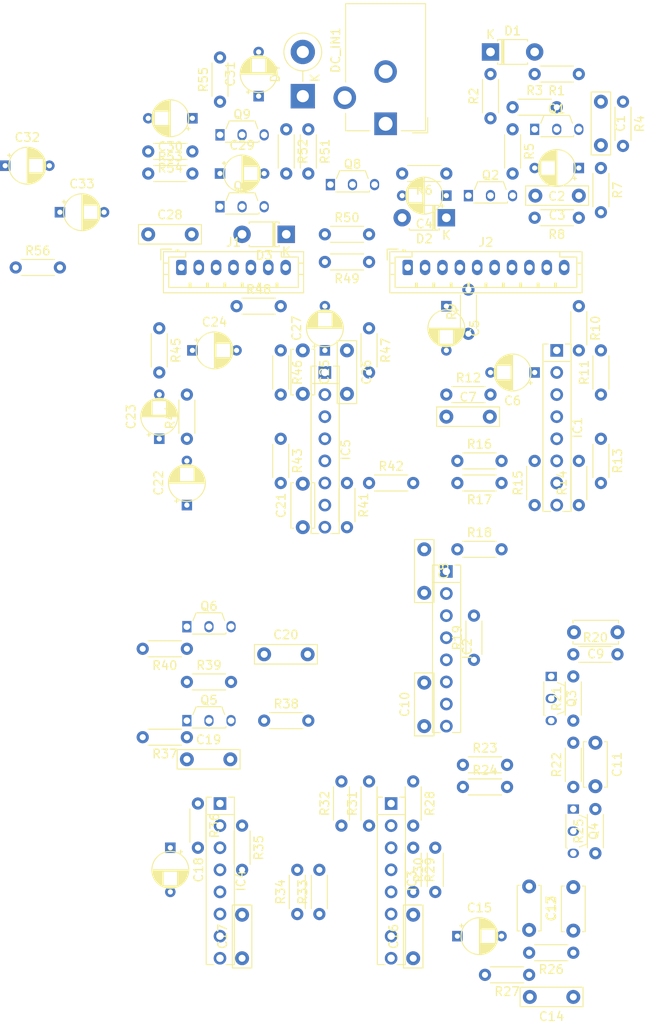
<source format=kicad_pcb>
(kicad_pcb (version 20171130) (host pcbnew "(5.0.2-5)-5")
  (layers (0 F.Cu signal) (31 B.Cu signal) (34 B.Paste user) (35 F.Paste user) (36 B.SilkS user) (37 F.SilkS user) (38 B.Mask user) (39 F.Mask user) (44 Edge.Cuts user))
  (net 0 "")
  (net 1 -BATT)
  (net 2 +9V)
  (net 3 +BATT)
  (net 4 "Net-(IC1-Pad6)")
  (net 5 "Net-(IC1-Pad5)")
  (net 6 GNDPWR)
  (net 7 "Net-(C6-Pad1)")
  (net 8 "Net-(C8-Pad2)")
  (net 9 VCC)
  (net 10 "Net-(C10-Pad2)")
  (net 11 "Net-(C10-Pad1)")
  (net 12 "Net-(IC3-Pad2)")
  (net 13 "Net-(IC3-Pad3)")
  (net 14 "Net-(C16-Pad2)")
  (net 15 "Net-(C18-Pad1)")
  (net 16 "Net-(C17-Pad2)")
  (net 17 "Net-(C17-Pad1)")
  (net 18 A)
  (net 19 A1)
  (net 20 A3)
  (net 21 "Net-(C25-Pad1)")
  (net 22 "Net-(C2-Pad1)")
  (net 23 "Net-(C1-Pad1)")
  (net 24 "Net-(C4-Pad1)")
  (net 25 "Net-(C9-Pad2)")
  (net 26 "Net-(C11-Pad1)")
  (net 27 "Net-(C12-Pad2)")
  (net 28 "Net-(C19-Pad2)")
  (net 29 "Net-(C23-Pad1)")
  (net 30 "Net-(C22-Pad1)")
  (net 31 "Net-(C20-Pad1)")
  (net 32 Q7-G)
  (net 33 "Net-(C27-Pad2)")
  (net 34 "Net-(C29-Pad1)")
  (net 35 Q8-G)
  (net 36 "Net-(C4-Pad2)")
  (net 37 "Net-(C29-Pad2)")
  (net 38 "Net-(C30-Pad1)")
  (net 39 "Net-(C2-Pad2)")
  (net 40 "Net-(C1-Pad2)")
  (net 41 "Net-(IN1-PadT)")
  (net 42 "Net-(C5-Pad2)")
  (net 43 "Net-(C6-Pad2)")
  (net 44 "Net-(R26-Pad1)")
  (net 45 "Net-(C12-Pad1)")
  (net 46 "Net-(C7-Pad1)")
  (net 47 "Net-(C22-Pad2)")
  (net 48 "Net-(C23-Pad2)")
  (net 49 "Net-(C26-Pad1)")
  (net 50 "Net-(C24-Pad2)")
  (net 51 "Net-(OUT1-PadT)")
  (net 52 "Net-(C30-Pad2)")
  (net 53 "Net-(R56-Pad1)")
  (net 54 "Net-(C33-Pad1)")
  (net 55 LOW2)
  (net 56 PRES2)
  (net 57 MF1A)
  (net 58 MF3A)
  (net 59 MF1B)
  (net 60 MF3B)
  (net 61 ML2)
  (net 62 HF1B)
  (net 63 HL2)
  (net 64 HF3B)
  (net 65 HF1A)
  (net 66 HF3A)
  (net 67 L1)
  (net 68 L3)
  (net 69 C)
  (net 70 "Net-(C3-Pad2)")
  (net 71 LED)
  (net 72 "Net-(C28-Pad2)")
  (net 73 "Net-(D1-Pad1)")
  (net 74 "Net-(R31-Pad2)")
  (net 75 "Net-(D1-Pad2)")
  (module Capactor_w:CP_Radial_D4.0mm_P5.08mm (layer F.Cu) (at 135.89 87.63 90)
    (fp_text reference C23 (at 2.54 -3.25 90) (layer F.SilkS))
    (fp_text value 1µF)
    (pad 1 thru_hole rect (at 0 0 90) (size 1.2 1.2) (drill 0.6) (layers *.Cu *.Mask) (net 29 "Net-(C23-Pad1)"))
    (pad 2 thru_hole circle (at 5.08 0 90) (size 1.2 1.2) (drill 0.6) (layers *.Cu *.Mask) (net 48 "Net-(C23-Pad2)"))
  )
  (module Capactor_w:CP_Radial_D4.0mm_P5.08mm (layer F.Cu) (at 139.7 77.47)
    (fp_text reference C24 (at 2.54 -3.25) (layer F.SilkS))
    (fp_text value 1µF)
    (pad 1 thru_hole rect (at 0 0) (size 1.2 1.2) (drill 0.6) (layers *.Cu *.Mask) (net 59 MF1B))
    (pad 2 thru_hole circle (at 5.08 0) (size 1.2 1.2) (drill 0.6) (layers *.Cu *.Mask) (net 50 "Net-(C24-Pad2)"))
  )
  (module Capactor_w:CP_Radial_D4.0mm_P5.08mm (layer F.Cu) (at 184.15 56.515 180)
    (fp_text reference C2 (at 2.54 -3.25 180) (layer F.SilkS))
    (fp_text value 10µF)
    (pad 1 thru_hole rect (at 0 0 180) (size 1.2 1.2) (drill 0.6) (layers *.Cu *.Mask) (net 22 "Net-(C2-Pad1)"))
    (pad 2 thru_hole circle (at 5.08 0 180) (size 1.2 1.2) (drill 0.6) (layers *.Cu *.Mask) (net 39 "Net-(C2-Pad2)"))
  )
  (module Capactor_w:CP_Radial_D4.0mm_P5.08mm (layer F.Cu) (at 168.91 59.69 180)
    (fp_text reference C4 (at 2.54 -3.25 180) (layer F.SilkS))
    (fp_text value 1µF)
    (pad 1 thru_hole rect (at 0 0 180) (size 1.2 1.2) (drill 0.6) (layers *.Cu *.Mask) (net 24 "Net-(C4-Pad1)"))
    (pad 2 thru_hole circle (at 5.08 0 180) (size 1.2 1.2) (drill 0.6) (layers *.Cu *.Mask) (net 36 "Net-(C4-Pad2)"))
  )
  (module Capactor_w:CP_Radial_D4.0mm_P5.08mm (layer F.Cu) (at 168.91 72.39 270)
    (fp_text reference C5 (at 2.54 -3.25 270) (layer F.SilkS))
    (fp_text value 1µF)
    (pad 1 thru_hole rect (at 0 0 270) (size 1.2 1.2) (drill 0.6) (layers *.Cu *.Mask) (net 62 HF1B))
    (pad 2 thru_hole circle (at 5.08 0 270) (size 1.2 1.2) (drill 0.6) (layers *.Cu *.Mask) (net 42 "Net-(C5-Pad2)"))
  )
  (module Capactor_w:CP_Radial_D4.0mm_P5.08mm (layer F.Cu) (at 179.07 80.01 180)
    (fp_text reference C6 (at 2.54 -3.25 180) (layer F.SilkS))
    (fp_text value 10µF)
    (pad 1 thru_hole rect (at 0 0 180) (size 1.2 1.2) (drill 0.6) (layers *.Cu *.Mask) (net 7 "Net-(C6-Pad1)"))
    (pad 2 thru_hole circle (at 5.08 0 180) (size 1.2 1.2) (drill 0.6) (layers *.Cu *.Mask) (net 43 "Net-(C6-Pad2)"))
  )
  (module Capactor_w:CP_Radial_D4.0mm_P5.08mm (layer F.Cu) (at 170.18 144.78)
    (fp_text reference C15 (at 2.54 -3.25) (layer F.SilkS))
    (fp_text value 47µF)
    (pad 1 thru_hole rect (at 0 0) (size 1.2 1.2) (drill 0.6) (layers *.Cu *.Mask) (net 9 VCC))
    (pad 2 thru_hole circle (at 5.08 0) (size 1.2 1.2) (drill 0.6) (layers *.Cu *.Mask) (net 6 GNDPWR))
  )
  (module Capactor_w:CP_Radial_D4.0mm_P5.08mm (layer F.Cu) (at 137.16 134.62 270)
    (fp_text reference C18 (at 2.54 -3.25 270) (layer F.SilkS))
    (fp_text value 10µF)
    (pad 1 thru_hole rect (at 0 0 270) (size 1.2 1.2) (drill 0.6) (layers *.Cu *.Mask) (net 15 "Net-(C18-Pad1)"))
    (pad 2 thru_hole circle (at 5.08 0 270) (size 1.2 1.2) (drill 0.6) (layers *.Cu *.Mask) (net 6 GNDPWR))
  )
  (module Capactor_w:CP_Radial_D4.0mm_P5.08mm (layer F.Cu) (at 154.94 77.47 90)
    (fp_text reference C27 (at 2.54 -3.25 90) (layer F.SilkS))
    (fp_text value 1µF)
    (pad 1 thru_hole rect (at 0 0 90) (size 1.2 1.2) (drill 0.6) (layers *.Cu *.Mask) (net 21 "Net-(C25-Pad1)"))
    (pad 2 thru_hole circle (at 5.08 0 90) (size 1.2 1.2) (drill 0.6) (layers *.Cu *.Mask) (net 33 "Net-(C27-Pad2)"))
  )
  (module Capactor_w:CP_Radial_D4.0mm_P5.08mm (layer F.Cu) (at 142.875 57.15)
    (fp_text reference C29 (at 2.54 -3.25) (layer F.SilkS))
    (fp_text value 1µF)
    (pad 1 thru_hole rect (at 0 0) (size 1.2 1.2) (drill 0.6) (layers *.Cu *.Mask) (net 34 "Net-(C29-Pad1)"))
    (pad 2 thru_hole circle (at 5.08 0) (size 1.2 1.2) (drill 0.6) (layers *.Cu *.Mask) (net 37 "Net-(C29-Pad2)"))
  )
  (module Capactor_w:CP_Radial_D4.0mm_P5.08mm (layer F.Cu) (at 139.7 50.8 180)
    (fp_text reference C30 (at 2.54 -3.25 180) (layer F.SilkS))
    (fp_text value 10µF)
    (pad 1 thru_hole rect (at 0 0 180) (size 1.2 1.2) (drill 0.6) (layers *.Cu *.Mask) (net 38 "Net-(C30-Pad1)"))
    (pad 2 thru_hole circle (at 5.08 0 180) (size 1.2 1.2) (drill 0.6) (layers *.Cu *.Mask) (net 52 "Net-(C30-Pad2)"))
  )
  (module Capactor_w:CP_Radial_D4.0mm_P5.08mm (layer F.Cu) (at 118.169802 56.250001)
    (fp_text reference C32 (at 2.54 -3.25) (layer F.SilkS))
    (fp_text value 47µF)
    (pad 1 thru_hole rect (at 0 0) (size 1.2 1.2) (drill 0.6) (layers *.Cu *.Mask) (net 69 C))
    (pad 2 thru_hole circle (at 5.08 0) (size 1.2 1.2) (drill 0.6) (layers *.Cu *.Mask) (net 6 GNDPWR))
  )
  (module Capactor_w:CP_Radial_D4.0mm_P5.08mm (layer F.Cu) (at 124.46 61.595)
    (fp_text reference C33 (at 2.54 -3.25) (layer F.SilkS))
    (fp_text value 10µF)
    (pad 1 thru_hole rect (at 0 0) (size 1.2 1.2) (drill 0.6) (layers *.Cu *.Mask) (net 54 "Net-(C33-Pad1)"))
    (pad 2 thru_hole circle (at 5.08 0) (size 1.2 1.2) (drill 0.6) (layers *.Cu *.Mask) (net 6 GNDPWR))
  )
  (module Capactor_w:CP_Radial_D4.0mm_P5.08mm (layer F.Cu) (at 147.32 48.26 90)
    (fp_text reference C31 (at 2.54 -3.25 90) (layer F.SilkS))
    (fp_text value 100µF)
    (pad 1 thru_hole rect (at 0 0 90) (size 1.2 1.2) (drill 0.6) (layers *.Cu *.Mask) (net 2 +9V))
    (pad 2 thru_hole circle (at 5.08 0 90) (size 1.2 1.2) (drill 0.6) (layers *.Cu *.Mask) (net 6 GNDPWR))
  )
  (module Connector_BarrelJack:BarrelJack_CUI_PJ-102AH_Horizontal (layer F.Cu) (at 161.925 51.435 180)
    (fp_text reference DC_IN1 (at 5.75 8.45 270) (layer F.SilkS))
    (fp_text value Barrel_Jack_Switch)
    (pad 1 thru_hole rect (at 0 0 180) (size 2.6 2.6) (drill 1.6) (layers *.Cu *.Mask) (net 1 -BATT))
    (pad 2 thru_hole circle (at 0 6 180) (size 2.6 2.6) (drill 1.6) (layers *.Cu *.Mask) (net 2 +9V))
    (pad 3 thru_hole circle (at 4.7 3 180) (size 2.6 2.6) (drill 1.6) (layers *.Cu *.Mask) (net 3 +BATT))
  )
  (module Package_SIP:SIP-8_19x3mm_P2.54mm (layer F.Cu) (at 181.61 77.47 270)
    (fp_text reference IC1 (at 8.89 -2.4 270) (layer F.SilkS))
    (fp_text value M5218)
    (pad 8 thru_hole circle (at 17.78 0) (size 1.45 1.45) (drill 0.85) (layers *.Cu *.Mask) (net 2 +9V))
    (pad 7 thru_hole circle (at 15.24 0) (size 1.45 1.45) (drill 0.85) (layers *.Cu *.Mask) (net 65 HF1A))
    (pad 6 thru_hole circle (at 12.7 0) (size 1.45 1.45) (drill 0.85) (layers *.Cu *.Mask) (net 4 "Net-(IC1-Pad6)"))
    (pad 5 thru_hole circle (at 10.16 0) (size 1.45 1.45) (drill 0.85) (layers *.Cu *.Mask) (net 5 "Net-(IC1-Pad5)"))
    (pad 4 thru_hole circle (at 7.62 0) (size 1.45 1.45) (drill 0.85) (layers *.Cu *.Mask) (net 6 GNDPWR))
    (pad 3 thru_hole circle (at 5.08 0) (size 1.45 1.45) (drill 0.85) (layers *.Cu *.Mask) (net 67 L1))
    (pad 2 thru_hole circle (at 2.54 0) (size 1.45 1.45) (drill 0.85) (layers *.Cu *.Mask) (net 68 L3))
    (pad 1 thru_hole rect (at 0 0) (size 1.45 1.45) (drill 0.85) (layers *.Cu *.Mask) (net 7 "Net-(C6-Pad1)"))
  )
  (module Package_SIP:SIP-8_19x3mm_P2.54mm (layer F.Cu) (at 168.91 102.87 270)
    (fp_text reference IC2 (at 8.89 -2.4 270) (layer F.SilkS))
    (fp_text value M5218)
    (pad 1 thru_hole rect (at 0 0) (size 1.45 1.45) (drill 0.85) (layers *.Cu *.Mask) (net 62 HF1B))
    (pad 2 thru_hole circle (at 2.54 0) (size 1.45 1.45) (drill 0.85) (layers *.Cu *.Mask) (net 8 "Net-(C8-Pad2)"))
    (pad 3 thru_hole circle (at 5.08 0) (size 1.45 1.45) (drill 0.85) (layers *.Cu *.Mask) (net 9 VCC))
    (pad 4 thru_hole circle (at 7.62 0) (size 1.45 1.45) (drill 0.85) (layers *.Cu *.Mask) (net 6 GNDPWR))
    (pad 5 thru_hole circle (at 10.16 0) (size 1.45 1.45) (drill 0.85) (layers *.Cu *.Mask) (net 9 VCC))
    (pad 6 thru_hole circle (at 12.7 0) (size 1.45 1.45) (drill 0.85) (layers *.Cu *.Mask) (net 10 "Net-(C10-Pad2)"))
    (pad 7 thru_hole circle (at 15.24 0) (size 1.45 1.45) (drill 0.85) (layers *.Cu *.Mask) (net 11 "Net-(C10-Pad1)"))
    (pad 8 thru_hole circle (at 17.78 0) (size 1.45 1.45) (drill 0.85) (layers *.Cu *.Mask) (net 2 +9V))
  )
  (module Package_SIP:SIP-8_19x3mm_P2.54mm (layer F.Cu) (at 162.56 129.54 270)
    (fp_text reference IC3 (at 8.89 -2.4 270) (layer F.SilkS))
    (fp_text value M5218)
    (pad 1 thru_hole rect (at 0 0) (size 1.45 1.45) (drill 0.85) (layers *.Cu *.Mask) (net 57 MF1A))
    (pad 2 thru_hole circle (at 2.54 0) (size 1.45 1.45) (drill 0.85) (layers *.Cu *.Mask) (net 12 "Net-(IC3-Pad2)"))
    (pad 3 thru_hole circle (at 5.08 0) (size 1.45 1.45) (drill 0.85) (layers *.Cu *.Mask) (net 13 "Net-(IC3-Pad3)"))
    (pad 4 thru_hole circle (at 7.62 0) (size 1.45 1.45) (drill 0.85) (layers *.Cu *.Mask) (net 6 GNDPWR))
    (pad 5 thru_hole circle (at 10.16 0) (size 1.45 1.45) (drill 0.85) (layers *.Cu *.Mask) (net 9 VCC))
    (pad 6 thru_hole circle (at 12.7 0) (size 1.45 1.45) (drill 0.85) (layers *.Cu *.Mask) (net 14 "Net-(C16-Pad2)"))
    (pad 7 thru_hole circle (at 15.24 0) (size 1.45 1.45) (drill 0.85) (layers *.Cu *.Mask) (net 59 MF1B))
    (pad 8 thru_hole circle (at 17.78 0) (size 1.45 1.45) (drill 0.85) (layers *.Cu *.Mask) (net 2 +9V))
  )
  (module Package_SIP:SIP-8_19x3mm_P2.54mm (layer F.Cu) (at 142.875 129.54 270)
    (fp_text reference IC4 (at 8.89 -2.4 270) (layer F.SilkS))
    (fp_text value M5218)
    (pad 1 thru_hole rect (at 0 0) (size 1.45 1.45) (drill 0.85) (layers *.Cu *.Mask) (net 9 VCC))
    (pad 2 thru_hole circle (at 2.54 0) (size 1.45 1.45) (drill 0.85) (layers *.Cu *.Mask) (net 9 VCC))
    (pad 3 thru_hole circle (at 5.08 0) (size 1.45 1.45) (drill 0.85) (layers *.Cu *.Mask) (net 15 "Net-(C18-Pad1)"))
    (pad 4 thru_hole circle (at 7.62 0) (size 1.45 1.45) (drill 0.85) (layers *.Cu *.Mask) (net 6 GNDPWR))
    (pad 5 thru_hole circle (at 10.16 0) (size 1.45 1.45) (drill 0.85) (layers *.Cu *.Mask) (net 9 VCC))
    (pad 6 thru_hole circle (at 12.7 0) (size 1.45 1.45) (drill 0.85) (layers *.Cu *.Mask) (net 16 "Net-(C17-Pad2)"))
    (pad 7 thru_hole circle (at 15.24 0) (size 1.45 1.45) (drill 0.85) (layers *.Cu *.Mask) (net 17 "Net-(C17-Pad1)"))
    (pad 8 thru_hole circle (at 17.78 0) (size 1.45 1.45) (drill 0.85) (layers *.Cu *.Mask) (net 2 +9V))
  )
  (module Package_SIP:SIP-8_19x3mm_P2.54mm (layer F.Cu) (at 154.94 80.01 270)
    (fp_text reference IC5 (at 8.89 -2.4 270) (layer F.SilkS))
    (fp_text value M5218)
    (pad 8 thru_hole circle (at 17.78 0) (size 1.45 1.45) (drill 0.85) (layers *.Cu *.Mask) (net 2 +9V))
    (pad 7 thru_hole circle (at 15.24 0) (size 1.45 1.45) (drill 0.85) (layers *.Cu *.Mask) (net 18 A))
    (pad 6 thru_hole circle (at 12.7 0) (size 1.45 1.45) (drill 0.85) (layers *.Cu *.Mask) (net 19 A1))
    (pad 5 thru_hole circle (at 10.16 0) (size 1.45 1.45) (drill 0.85) (layers *.Cu *.Mask) (net 9 VCC))
    (pad 4 thru_hole circle (at 7.62 0) (size 1.45 1.45) (drill 0.85) (layers *.Cu *.Mask) (net 6 GNDPWR))
    (pad 3 thru_hole circle (at 5.08 0) (size 1.45 1.45) (drill 0.85) (layers *.Cu *.Mask) (net 9 VCC))
    (pad 2 thru_hole circle (at 2.54 0) (size 1.45 1.45) (drill 0.85) (layers *.Cu *.Mask) (net 20 A3))
    (pad 1 thru_hole rect (at 0 0) (size 1.45 1.45) (drill 0.85) (layers *.Cu *.Mask) (net 21 "Net-(C25-Pad1)"))
  )
  (module Package_TO_SOT_THT:TO-92S_Wide (layer F.Cu) (at 179.07 52.07)
    (fp_text reference Q1 (at 2.54 -2.35) (layer F.SilkS))
    (fp_text value 2SK184-GR)
    (pad 1 thru_hole rect (at 0 0 180) (size 1.05 1.3) (drill 0.75) (layers *.Cu *.Mask) (net 2 +9V))
    (pad 3 thru_hole oval (at 5.08 0 180) (size 1.05 1.3) (drill 0.75) (layers *.Cu *.Mask) (net 22 "Net-(C2-Pad1)"))
    (pad 2 thru_hole oval (at 2.54 0 180) (size 1.05 1.3) (drill 0.75) (layers *.Cu *.Mask) (net 23 "Net-(C1-Pad1)"))
  )
  (module Package_TO_SOT_THT:TO-92S_Wide (layer F.Cu) (at 171.45 59.69)
    (fp_text reference Q2 (at 2.54 -2.35) (layer F.SilkS))
    (fp_text value 2SC3378-GR)
    (pad 1 thru_hole rect (at 0 0 180) (size 1.05 1.3) (drill 0.75) (layers *.Cu *.Mask) (net 24 "Net-(C4-Pad1)"))
    (pad 3 thru_hole oval (at 5.08 0 180) (size 1.05 1.3) (drill 0.75) (layers *.Cu *.Mask) (net 22 "Net-(C2-Pad1)"))
    (pad 2 thru_hole oval (at 2.54 0 180) (size 1.05 1.3) (drill 0.75) (layers *.Cu *.Mask) (net 2 +9V))
  )
  (module Package_TO_SOT_THT:TO-92S_Wide (layer F.Cu) (at 180.975 114.935 270)
    (fp_text reference Q3 (at 2.54 -2.35 270) (layer F.SilkS))
    (fp_text value C2458-GR)
    (pad 2 thru_hole oval (at 2.54 0 90) (size 1.05 1.3) (drill 0.75) (layers *.Cu *.Mask) (net 25 "Net-(C9-Pad2)"))
    (pad 3 thru_hole oval (at 5.08 0 90) (size 1.05 1.3) (drill 0.75) (layers *.Cu *.Mask) (net 26 "Net-(C11-Pad1)"))
    (pad 1 thru_hole rect (at 0 0 90) (size 1.05 1.3) (drill 0.75) (layers *.Cu *.Mask) (net 6 GNDPWR))
  )
  (module Package_TO_SOT_THT:TO-92S_Wide (layer F.Cu) (at 183.515 130.175 270)
    (fp_text reference Q4 (at 2.54 -2.35 270) (layer F.SilkS))
    (fp_text value C2458-GR)
    (pad 1 thru_hole rect (at 0 0 90) (size 1.05 1.3) (drill 0.75) (layers *.Cu *.Mask) (net 6 GNDPWR))
    (pad 3 thru_hole oval (at 5.08 0 90) (size 1.05 1.3) (drill 0.75) (layers *.Cu *.Mask) (net 27 "Net-(C12-Pad2)"))
    (pad 2 thru_hole oval (at 2.54 0 90) (size 1.05 1.3) (drill 0.75) (layers *.Cu *.Mask) (net 71 LED))
  )
  (module Package_TO_SOT_THT:TO-92S_Wide (layer F.Cu) (at 139.065 120.015)
    (fp_text reference Q5 (at 2.54 -2.35) (layer F.SilkS))
    (fp_text value 2SC3378-GR)
    (pad 2 thru_hole oval (at 2.54 0 180) (size 1.05 1.3) (drill 0.75) (layers *.Cu *.Mask) (net 2 +9V))
    (pad 3 thru_hole oval (at 5.08 0 180) (size 1.05 1.3) (drill 0.75) (layers *.Cu *.Mask) (net 28 "Net-(C19-Pad2)"))
    (pad 1 thru_hole rect (at 0 0 180) (size 1.05 1.3) (drill 0.75) (layers *.Cu *.Mask) (net 29 "Net-(C23-Pad1)"))
  )
  (module Package_TO_SOT_THT:TO-92S_Wide (layer F.Cu) (at 139.065 109.22)
    (fp_text reference Q6 (at 2.54 -2.35) (layer F.SilkS))
    (fp_text value 2SC3378-GR)
    (pad 1 thru_hole rect (at 0 0 180) (size 1.05 1.3) (drill 0.75) (layers *.Cu *.Mask) (net 30 "Net-(C22-Pad1)"))
    (pad 3 thru_hole oval (at 5.08 0 180) (size 1.05 1.3) (drill 0.75) (layers *.Cu *.Mask) (net 31 "Net-(C20-Pad1)"))
    (pad 2 thru_hole oval (at 2.54 0 180) (size 1.05 1.3) (drill 0.75) (layers *.Cu *.Mask) (net 2 +9V))
  )
  (module Package_TO_SOT_THT:TO-92S_Wide (layer F.Cu) (at 142.875 52.705)
    (fp_text reference Q9 (at 2.54 -2.35) (layer F.SilkS))
    (fp_text value 2SC3378-GR)
    (pad 2 thru_hole oval (at 2.54 0 180) (size 1.05 1.3) (drill 0.75) (layers *.Cu *.Mask) (net 2 +9V))
    (pad 3 thru_hole oval (at 5.08 0 180) (size 1.05 1.3) (drill 0.75) (layers *.Cu *.Mask) (net 37 "Net-(C29-Pad2)"))
    (pad 1 thru_hole rect (at 0 0 180) (size 1.05 1.3) (drill 0.75) (layers *.Cu *.Mask) (net 38 "Net-(C30-Pad1)"))
  )
  (module Resistor_THT:R_Axial_DIN0204_L3.6mm_D1.6mm_P5.08mm_Horizontal (layer F.Cu) (at 173.99 50.8 90)
    (fp_text reference R2 (at 2.54 -1.92 90) (layer F.SilkS))
    (fp_text value 10k)
    (pad 2 thru_hole oval (at 5.08 0 90) (size 1.4 1.4) (drill 0.7) (layers *.Cu *.Mask) (net 6 GNDPWR))
    (pad 1 thru_hole circle (at 0 0 90) (size 1.4 1.4) (drill 0.7) (layers *.Cu *.Mask) (net 24 "Net-(C4-Pad1)"))
  )
  (module Resistor_THT:R_Axial_DIN0204_L3.6mm_D1.6mm_P5.08mm_Horizontal (layer F.Cu) (at 176.53 49.53)
    (fp_text reference R3 (at 2.54 -1.92) (layer F.SilkS))
    (fp_text value 1M)
    (pad 1 thru_hole circle (at 0 0) (size 1.4 1.4) (drill 0.7) (layers *.Cu *.Mask) (net 9 VCC))
    (pad 2 thru_hole oval (at 5.08 0) (size 1.4 1.4) (drill 0.7) (layers *.Cu *.Mask) (net 23 "Net-(C1-Pad1)"))
  )
  (module Resistor_THT:R_Axial_DIN0204_L3.6mm_D1.6mm_P5.08mm_Horizontal (layer F.Cu) (at 189.23 48.895 270)
    (fp_text reference R4 (at 2.54 -1.92 270) (layer F.SilkS))
    (fp_text value 10k)
    (pad 1 thru_hole circle (at 0 0 270) (size 1.4 1.4) (drill 0.7) (layers *.Cu *.Mask) (net 22 "Net-(C2-Pad1)"))
    (pad 2 thru_hole oval (at 5.08 0 270) (size 1.4 1.4) (drill 0.7) (layers *.Cu *.Mask) (net 6 GNDPWR))
  )
  (module Resistor_THT:R_Axial_DIN0204_L3.6mm_D1.6mm_P5.08mm_Horizontal (layer F.Cu) (at 176.53 52.07 270)
    (fp_text reference R5 (at 2.54 -1.92 270) (layer F.SilkS))
    (fp_text value 1M)
    (pad 2 thru_hole oval (at 5.08 0 270) (size 1.4 1.4) (drill 0.7) (layers *.Cu *.Mask) (net 39 "Net-(C2-Pad2)"))
    (pad 1 thru_hole circle (at 0 0 270) (size 1.4 1.4) (drill 0.7) (layers *.Cu *.Mask) (net 9 VCC))
  )
  (module Resistor_THT:R_Axial_DIN0204_L3.6mm_D1.6mm_P5.08mm_Horizontal (layer F.Cu) (at 168.91 57.15 180)
    (fp_text reference R6 (at 2.54 -1.92 180) (layer F.SilkS))
    (fp_text value 1M)
    (pad 2 thru_hole oval (at 5.08 0 180) (size 1.4 1.4) (drill 0.7) (layers *.Cu *.Mask) (net 36 "Net-(C4-Pad2)"))
    (pad 1 thru_hole circle (at 0 0 180) (size 1.4 1.4) (drill 0.7) (layers *.Cu *.Mask) (net 9 VCC))
  )
  (module Resistor_THT:R_Axial_DIN0204_L3.6mm_D1.6mm_P5.08mm_Horizontal (layer F.Cu) (at 186.69 56.515 270)
    (fp_text reference R7 (at 2.54 -1.92 270) (layer F.SilkS))
    (fp_text value 10k)
    (pad 1 thru_hole circle (at 0 0 270) (size 1.4 1.4) (drill 0.7) (layers *.Cu *.Mask) (net 40 "Net-(C1-Pad2)"))
    (pad 2 thru_hole oval (at 5.08 0 270) (size 1.4 1.4) (drill 0.7) (layers *.Cu *.Mask) (net 41 "Net-(IN1-PadT)"))
  )
  (module Resistor_THT:R_Axial_DIN0204_L3.6mm_D1.6mm_P5.08mm_Horizontal (layer F.Cu) (at 184.15 62.23 180)
    (fp_text reference R8 (at 2.54 -1.92 180) (layer F.SilkS))
    (fp_text value 1M)
    (pad 2 thru_hole oval (at 5.08 0 180) (size 1.4 1.4) (drill 0.7) (layers *.Cu *.Mask) (net 70 "Net-(C3-Pad2)"))
    (pad 1 thru_hole circle (at 0 0 180) (size 1.4 1.4) (drill 0.7) (layers *.Cu *.Mask) (net 71 LED))
  )
  (module Resistor_THT:R_Axial_DIN0204_L3.6mm_D1.6mm_P5.08mm_Horizontal (layer F.Cu) (at 171.45 75.565 90)
    (fp_text reference R9 (at 2.54 -1.92 90) (layer F.SilkS))
    (fp_text value 6.8k)
    (pad 1 thru_hole circle (at 0 0 90) (size 1.4 1.4) (drill 0.7) (layers *.Cu *.Mask) (net 42 "Net-(C5-Pad2)"))
    (pad 2 thru_hole oval (at 5.08 0 90) (size 1.4 1.4) (drill 0.7) (layers *.Cu *.Mask) (net 63 HL2))
  )
  (module Resistor_THT:R_Axial_DIN0204_L3.6mm_D1.6mm_P5.08mm_Horizontal (layer F.Cu) (at 184.15 72.39 270)
    (fp_text reference R10 (at 2.54 -1.92 270) (layer F.SilkS))
    (fp_text value 10k)
    (pad 2 thru_hole oval (at 5.08 0 270) (size 1.4 1.4) (drill 0.7) (layers *.Cu *.Mask) (net 68 L3))
    (pad 1 thru_hole circle (at 0 0 270) (size 1.4 1.4) (drill 0.7) (layers *.Cu *.Mask) (net 7 "Net-(C6-Pad1)"))
  )
  (module Resistor_THT:R_Axial_DIN0204_L3.6mm_D1.6mm_P5.08mm_Horizontal (layer F.Cu) (at 186.69 82.55 90)
    (fp_text reference R11 (at 2.54 -1.92 90) (layer F.SilkS))
    (fp_text value 10k)
    (pad 1 thru_hole circle (at 0 0 90) (size 1.4 1.4) (drill 0.7) (layers *.Cu *.Mask) (net 67 L1))
    (pad 2 thru_hole oval (at 5.08 0 90) (size 1.4 1.4) (drill 0.7) (layers *.Cu *.Mask) (net 39 "Net-(C2-Pad2)"))
  )
  (module Resistor_THT:R_Axial_DIN0204_L3.6mm_D1.6mm_P5.08mm_Horizontal (layer F.Cu) (at 168.91 82.55)
    (fp_text reference R12 (at 2.54 -1.92) (layer F.SilkS))
    (fp_text value 47k)
    (pad 2 thru_hole oval (at 5.08 0) (size 1.4 1.4) (drill 0.7) (layers *.Cu *.Mask) (net 43 "Net-(C6-Pad2)"))
    (pad 1 thru_hole circle (at 0 0) (size 1.4 1.4) (drill 0.7) (layers *.Cu *.Mask) (net 19 A1))
  )
  (module Resistor_THT:R_Axial_DIN0204_L3.6mm_D1.6mm_P5.08mm_Horizontal (layer F.Cu) (at 186.69 87.63 270)
    (fp_text reference R13 (at 2.54 -1.92 270) (layer F.SilkS))
    (fp_text value 10k)
    (pad 2 thru_hole oval (at 5.08 0 270) (size 1.4 1.4) (drill 0.7) (layers *.Cu *.Mask) (net 9 VCC))
    (pad 1 thru_hole circle (at 0 0 270) (size 1.4 1.4) (drill 0.7) (layers *.Cu *.Mask) (net 5 "Net-(IC1-Pad5)"))
  )
  (module Resistor_THT:R_Axial_DIN0204_L3.6mm_D1.6mm_P5.08mm_Horizontal (layer F.Cu) (at 184.15 95.25 90)
    (fp_text reference R14 (at 2.54 -1.92 90) (layer F.SilkS))
    (fp_text value 22k)
    (pad 2 thru_hole oval (at 5.08 0 90) (size 1.4 1.4) (drill 0.7) (layers *.Cu *.Mask) (net 4 "Net-(IC1-Pad6)"))
    (pad 1 thru_hole circle (at 0 0 90) (size 1.4 1.4) (drill 0.7) (layers *.Cu *.Mask) (net 65 HF1A))
  )
  (module Resistor_THT:R_Axial_DIN0204_L3.6mm_D1.6mm_P5.08mm_Horizontal (layer F.Cu) (at 179.07 95.25 90)
    (fp_text reference R15 (at 2.54 -1.92 90) (layer F.SilkS))
    (fp_text value 22k)
    (pad 1 thru_hole circle (at 0 0 90) (size 1.4 1.4) (drill 0.7) (layers *.Cu *.Mask) (net 11 "Net-(C10-Pad1)"))
    (pad 2 thru_hole oval (at 5.08 0 90) (size 1.4 1.4) (drill 0.7) (layers *.Cu *.Mask) (net 4 "Net-(IC1-Pad6)"))
  )
  (module Resistor_THT:R_Axial_DIN0204_L3.6mm_D1.6mm_P5.08mm_Horizontal (layer F.Cu) (at 170.18 90.17)
    (fp_text reference R16 (at 2.54 -1.92) (layer F.SilkS))
    (fp_text value 22k)
    (pad 2 thru_hole oval (at 5.08 0) (size 1.4 1.4) (drill 0.7) (layers *.Cu *.Mask) (net 5 "Net-(IC1-Pad5)"))
    (pad 1 thru_hole circle (at 0 0) (size 1.4 1.4) (drill 0.7) (layers *.Cu *.Mask) (net 62 HF1B))
  )
  (module Resistor_THT:R_Axial_DIN0204_L3.6mm_D1.6mm_P5.08mm_Horizontal (layer F.Cu) (at 175.26 92.71 180)
    (fp_text reference R17 (at 2.54 -1.92 180) (layer F.SilkS))
    (fp_text value 22k)
    (pad 1 thru_hole circle (at 0 0 180) (size 1.4 1.4) (drill 0.7) (layers *.Cu *.Mask) (net 4 "Net-(IC1-Pad6)"))
    (pad 2 thru_hole oval (at 5.08 0 180) (size 1.4 1.4) (drill 0.7) (layers *.Cu *.Mask) (net 18 A))
  )
  (module Resistor_THT:R_Axial_DIN0204_L3.6mm_D1.6mm_P5.08mm_Horizontal (layer F.Cu) (at 170.18 100.33)
    (fp_text reference R18 (at 2.54 -1.92) (layer F.SilkS))
    (fp_text value 2.7k)
    (pad 1 thru_hole circle (at 0 0) (size 1.4 1.4) (drill 0.7) (layers *.Cu *.Mask) (net 8 "Net-(C8-Pad2)"))
    (pad 2 thru_hole oval (at 5.08 0) (size 1.4 1.4) (drill 0.7) (layers *.Cu *.Mask) (net 66 HF3A))
  )
  (module Resistor_THT:R_Axial_DIN0204_L3.6mm_D1.6mm_P5.08mm_Horizontal (layer F.Cu) (at 172.085 113.03 90)
    (fp_text reference R19 (at 2.54 -1.92 90) (layer F.SilkS))
    (fp_text value 2.7k)
    (pad 1 thru_hole circle (at 0 0 90) (size 1.4 1.4) (drill 0.7) (layers *.Cu *.Mask) (net 10 "Net-(C10-Pad2)"))
    (pad 2 thru_hole oval (at 5.08 0 90) (size 1.4 1.4) (drill 0.7) (layers *.Cu *.Mask) (net 64 HF3B))
  )
  (module Resistor_THT:R_Axial_DIN0204_L3.6mm_D1.6mm_P5.08mm_Horizontal (layer F.Cu) (at 183.515 112.395)
    (fp_text reference R20 (at 2.54 -1.92) (layer F.SilkS))
    (fp_text value 100k)
    (pad 2 thru_hole oval (at 5.08 0) (size 1.4 1.4) (drill 0.7) (layers *.Cu *.Mask) (net 27 "Net-(C12-Pad2)"))
    (pad 1 thru_hole circle (at 0 0) (size 1.4 1.4) (drill 0.7) (layers *.Cu *.Mask) (net 25 "Net-(C9-Pad2)"))
  )
  (module Resistor_THT:R_Axial_DIN0204_L3.6mm_D1.6mm_P5.08mm_Horizontal (layer F.Cu) (at 183.515 120.015 90)
    (fp_text reference R21 (at 2.54 -1.92 90) (layer F.SilkS))
    (fp_text value 56k)
    (pad 2 thru_hole oval (at 5.08 0 90) (size 1.4 1.4) (drill 0.7) (layers *.Cu *.Mask) (net 6 GNDPWR))
    (pad 1 thru_hole circle (at 0 0 90) (size 1.4 1.4) (drill 0.7) (layers *.Cu *.Mask) (net 26 "Net-(C11-Pad1)"))
  )
  (module Resistor_THT:R_Axial_DIN0204_L3.6mm_D1.6mm_P5.08mm_Horizontal (layer F.Cu) (at 183.515 127.635 90)
    (fp_text reference R22 (at 2.54 -1.92 90) (layer F.SilkS))
    (fp_text value 100k)
    (pad 2 thru_hole oval (at 5.08 0 90) (size 1.4 1.4) (drill 0.7) (layers *.Cu *.Mask) (net 26 "Net-(C11-Pad1)"))
    (pad 1 thru_hole circle (at 0 0 90) (size 1.4 1.4) (drill 0.7) (layers *.Cu *.Mask) (net 71 LED))
  )
  (module Resistor_THT:R_Axial_DIN0204_L3.6mm_D1.6mm_P5.08mm_Horizontal (layer F.Cu) (at 170.815 125.095)
    (fp_text reference R23 (at 2.54 -1.92) (layer F.SilkS))
    (fp_text value 56k)
    (pad 1 thru_hole circle (at 0 0) (size 1.4 1.4) (drill 0.7) (layers *.Cu *.Mask) (net 2 +9V))
    (pad 2 thru_hole oval (at 5.08 0) (size 1.4 1.4) (drill 0.7) (layers *.Cu *.Mask) (net 25 "Net-(C9-Pad2)"))
  )
  (module Resistor_THT:R_Axial_DIN0204_L3.6mm_D1.6mm_P5.08mm_Horizontal (layer F.Cu) (at 170.815 127.635)
    (fp_text reference R24 (at 2.54 -1.92) (layer F.SilkS))
    (fp_text value 56k)
    (pad 2 thru_hole oval (at 5.08 0) (size 1.4 1.4) (drill 0.7) (layers *.Cu *.Mask) (net 71 LED))
    (pad 1 thru_hole circle (at 0 0) (size 1.4 1.4) (drill 0.7) (layers *.Cu *.Mask) (net 2 +9V))
  )
  (module Resistor_THT:R_Axial_DIN0204_L3.6mm_D1.6mm_P5.08mm_Horizontal (layer F.Cu) (at 186.055 135.255 90)
    (fp_text reference R25 (at 2.54 -1.92 90) (layer F.SilkS))
    (fp_text value 56k)
    (pad 1 thru_hole circle (at 0 0 90) (size 1.4 1.4) (drill 0.7) (layers *.Cu *.Mask) (net 27 "Net-(C12-Pad2)"))
    (pad 2 thru_hole oval (at 5.08 0 90) (size 1.4 1.4) (drill 0.7) (layers *.Cu *.Mask) (net 6 GNDPWR))
  )
  (module Resistor_THT:R_Axial_DIN0204_L3.6mm_D1.6mm_P5.08mm_Horizontal (layer F.Cu) (at 183.515 146.685 180)
    (fp_text reference R26 (at 2.54 -1.92 180) (layer F.SilkS))
    (fp_text value 100)
    (pad 1 thru_hole circle (at 0 0 180) (size 1.4 1.4) (drill 0.7) (layers *.Cu *.Mask) (net 44 "Net-(R26-Pad1)"))
    (pad 2 thru_hole oval (at 5.08 0 180) (size 1.4 1.4) (drill 0.7) (layers *.Cu *.Mask) (net 45 "Net-(C12-Pad1)"))
  )
  (module Resistor_THT:R_Axial_DIN0204_L3.6mm_D1.6mm_P5.08mm_Horizontal (layer F.Cu) (at 178.435 149.225 180)
    (fp_text reference R27 (at 2.54 -1.92 180) (layer F.SilkS))
    (fp_text value 1M)
    (pad 2 thru_hole oval (at 5.08 0 180) (size 1.4 1.4) (drill 0.7) (layers *.Cu *.Mask) (net 2 +9V))
    (pad 1 thru_hole circle (at 0 0 180) (size 1.4 1.4) (drill 0.7) (layers *.Cu *.Mask) (net 45 "Net-(C12-Pad1)"))
  )
  (module Resistor_THT:R_Axial_DIN0204_L3.6mm_D1.6mm_P5.08mm_Horizontal (layer F.Cu) (at 165.1 127 270)
    (fp_text reference R28 (at 2.54 -1.92 270) (layer F.SilkS))
    (fp_text value 22k)
    (pad 2 thru_hole oval (at 5.08 0 270) (size 1.4 1.4) (drill 0.7) (layers *.Cu *.Mask) (net 12 "Net-(IC3-Pad2)"))
    (pad 1 thru_hole circle (at 0 0 270) (size 1.4 1.4) (drill 0.7) (layers *.Cu *.Mask) (net 57 MF1A))
  )
  (module Resistor_THT:R_Axial_DIN0204_L3.6mm_D1.6mm_P5.08mm_Horizontal (layer F.Cu) (at 165.1 134.62 270)
    (fp_text reference R29 (at 2.54 -1.92 270) (layer F.SilkS))
    (fp_text value 10k)
    (pad 2 thru_hole oval (at 5.08 0 270) (size 1.4 1.4) (drill 0.7) (layers *.Cu *.Mask) (net 9 VCC))
    (pad 1 thru_hole circle (at 0 0 270) (size 1.4 1.4) (drill 0.7) (layers *.Cu *.Mask) (net 13 "Net-(IC3-Pad3)"))
  )
  (module Resistor_THT:R_Axial_DIN0204_L3.6mm_D1.6mm_P5.08mm_Horizontal (layer F.Cu) (at 167.64 139.7 90)
    (fp_text reference R30 (at 2.54 -1.92 90) (layer F.SilkS))
    (fp_text value 22k)
    (pad 2 thru_hole oval (at 5.08 0 90) (size 1.4 1.4) (drill 0.7) (layers *.Cu *.Mask) (net 13 "Net-(IC3-Pad3)"))
    (pad 1 thru_hole circle (at 0 0 90) (size 1.4 1.4) (drill 0.7) (layers *.Cu *.Mask) (net 59 MF1B))
  )
  (module Resistor_THT:R_Axial_DIN0204_L3.6mm_D1.6mm_P5.08mm_Horizontal (layer F.Cu) (at 160.02 132.08 90)
    (fp_text reference R31 (at 2.54 -1.92 90) (layer F.SilkS))
    (fp_text value 22k)
    (pad 1 thru_hole circle (at 0 0 90) (size 1.4 1.4) (drill 0.7) (layers *.Cu *.Mask) (net 12 "Net-(IC3-Pad2)"))
    (pad 2 thru_hole oval (at 5.08 0 90) (size 1.4 1.4) (drill 0.7) (layers *.Cu *.Mask) (net 74 "Net-(R31-Pad2)"))
  )
  (module Resistor_THT:R_Axial_DIN0204_L3.6mm_D1.6mm_P5.08mm_Horizontal (layer F.Cu) (at 156.845 132.08 90)
    (fp_text reference R32 (at 2.54 -1.92 90) (layer F.SilkS))
    (fp_text value 2.7k)
    (pad 2 thru_hole oval (at 5.08 0 90) (size 1.4 1.4) (drill 0.7) (layers *.Cu *.Mask) (net 58 MF3A))
    (pad 1 thru_hole circle (at 0 0 90) (size 1.4 1.4) (drill 0.7) (layers *.Cu *.Mask) (net 14 "Net-(C16-Pad2)"))
  )
  (module Resistor_THT:R_Axial_DIN0204_L3.6mm_D1.6mm_P5.08mm_Horizontal (layer F.Cu) (at 154.305 142.24 90)
    (fp_text reference R33 (at 2.54 -1.92 90) (layer F.SilkS))
    (fp_text value 22k)
    (pad 1 thru_hole circle (at 0 0 90) (size 1.4 1.4) (drill 0.7) (layers *.Cu *.Mask) (net 17 "Net-(C17-Pad1)"))
    (pad 2 thru_hole oval (at 5.08 0 90) (size 1.4 1.4) (drill 0.7) (layers *.Cu *.Mask) (net 12 "Net-(IC3-Pad2)"))
  )
  (module Resistor_THT:R_Axial_DIN0204_L3.6mm_D1.6mm_P5.08mm_Horizontal (layer F.Cu) (at 151.765 142.24 90)
    (fp_text reference R34 (at 2.54 -1.92 90) (layer F.SilkS))
    (fp_text value 2.7k)
    (pad 1 thru_hole circle (at 0 0 90) (size 1.4 1.4) (drill 0.7) (layers *.Cu *.Mask) (net 16 "Net-(C17-Pad2)"))
    (pad 2 thru_hole oval (at 5.08 0 90) (size 1.4 1.4) (drill 0.7) (layers *.Cu *.Mask) (net 60 MF3B))
  )
  (module Resistor_THT:R_Axial_DIN0204_L3.6mm_D1.6mm_P5.08mm_Horizontal (layer F.Cu) (at 145.415 132.08 270)
    (fp_text reference R35 (at 2.54 -1.92 270) (layer F.SilkS))
    (fp_text value 47k)
    (pad 1 thru_hole circle (at 0 0 270) (size 1.4 1.4) (drill 0.7) (layers *.Cu *.Mask) (net 15 "Net-(C18-Pad1)"))
    (pad 2 thru_hole oval (at 5.08 0 270) (size 1.4 1.4) (drill 0.7) (layers *.Cu *.Mask) (net 6 GNDPWR))
  )
  (module Resistor_THT:R_Axial_DIN0204_L3.6mm_D1.6mm_P5.08mm_Horizontal (layer F.Cu) (at 140.335 129.54 270)
    (fp_text reference R36 (at 2.54 -1.92 270) (layer F.SilkS))
    (fp_text value 47k)
    (pad 2 thru_hole oval (at 5.08 0 270) (size 1.4 1.4) (drill 0.7) (layers *.Cu *.Mask) (net 15 "Net-(C18-Pad1)"))
    (pad 1 thru_hole circle (at 0 0 270) (size 1.4 1.4) (drill 0.7) (layers *.Cu *.Mask) (net 2 +9V))
  )
  (module Resistor_THT:R_Axial_DIN0204_L3.6mm_D1.6mm_P5.08mm_Horizontal (layer F.Cu) (at 139.065 121.92 180)
    (fp_text reference R37 (at 2.54 -1.92 180) (layer F.SilkS))
    (fp_text value 4.7k)
    (pad 1 thru_hole circle (at 0 0 180) (size 1.4 1.4) (drill 0.7) (layers *.Cu *.Mask) (net 29 "Net-(C23-Pad1)"))
    (pad 2 thru_hole oval (at 5.08 0 180) (size 1.4 1.4) (drill 0.7) (layers *.Cu *.Mask) (net 6 GNDPWR))
  )
  (module Resistor_THT:R_Axial_DIN0204_L3.6mm_D1.6mm_P5.08mm_Horizontal (layer F.Cu) (at 147.955 120.015)
    (fp_text reference R38 (at 2.54 -1.92) (layer F.SilkS))
    (fp_text value 18k)
    (pad 2 thru_hole oval (at 5.08 0) (size 1.4 1.4) (drill 0.7) (layers *.Cu *.Mask) (net 18 A))
    (pad 1 thru_hole circle (at 0 0) (size 1.4 1.4) (drill 0.7) (layers *.Cu *.Mask) (net 28 "Net-(C19-Pad2)"))
  )
  (module Resistor_THT:R_Axial_DIN0204_L3.6mm_D1.6mm_P5.08mm_Horizontal (layer F.Cu) (at 139.065 115.57)
    (fp_text reference R39 (at 2.54 -1.92) (layer F.SilkS))
    (fp_text value 10k)
    (pad 2 thru_hole oval (at 5.08 0) (size 1.4 1.4) (drill 0.7) (layers *.Cu *.Mask) (net 31 "Net-(C20-Pad1)"))
    (pad 1 thru_hole circle (at 0 0) (size 1.4 1.4) (drill 0.7) (layers *.Cu *.Mask) (net 9 VCC))
  )
  (module Resistor_THT:R_Axial_DIN0204_L3.6mm_D1.6mm_P5.08mm_Horizontal (layer F.Cu) (at 139.065 111.76 180)
    (fp_text reference R40 (at 2.54 -1.92 180) (layer F.SilkS))
    (fp_text value 4.7k)
    (pad 1 thru_hole circle (at 0 0 180) (size 1.4 1.4) (drill 0.7) (layers *.Cu *.Mask) (net 30 "Net-(C22-Pad1)"))
    (pad 2 thru_hole oval (at 5.08 0 180) (size 1.4 1.4) (drill 0.7) (layers *.Cu *.Mask) (net 6 GNDPWR))
  )
  (module Resistor_THT:R_Axial_DIN0204_L3.6mm_D1.6mm_P5.08mm_Horizontal (layer F.Cu) (at 157.48 92.71 270)
    (fp_text reference R41 (at 2.54 -1.92 270) (layer F.SilkS))
    (fp_text value 47k)
    (pad 1 thru_hole circle (at 0 0 270) (size 1.4 1.4) (drill 0.7) (layers *.Cu *.Mask) (net 18 A))
    (pad 2 thru_hole oval (at 5.08 0 270) (size 1.4 1.4) (drill 0.7) (layers *.Cu *.Mask) (net 19 A1))
  )
  (module Resistor_THT:R_Axial_DIN0204_L3.6mm_D1.6mm_P5.08mm_Horizontal (layer F.Cu) (at 160.02 92.71)
    (fp_text reference R42 (at 2.54 -1.92) (layer F.SilkS))
    (fp_text value 10k)
    (pad 2 thru_hole oval (at 5.08 0) (size 1.4 1.4) (drill 0.7) (layers *.Cu *.Mask) (net 46 "Net-(C7-Pad1)"))
    (pad 1 thru_hole circle (at 0 0) (size 1.4 1.4) (drill 0.7) (layers *.Cu *.Mask) (net 19 A1))
  )
  (module Resistor_THT:R_Axial_DIN0204_L3.6mm_D1.6mm_P5.08mm_Horizontal (layer F.Cu) (at 149.86 87.63 270)
    (fp_text reference R43 (at 2.54 -1.92 270) (layer F.SilkS))
    (fp_text value 47k)
    (pad 1 thru_hole circle (at 0 0 270) (size 1.4 1.4) (drill 0.7) (layers *.Cu *.Mask) (net 20 A3))
    (pad 2 thru_hole oval (at 5.08 0 270) (size 1.4 1.4) (drill 0.7) (layers *.Cu *.Mask) (net 18 A))
  )
  (module Resistor_THT:R_Axial_DIN0204_L3.6mm_D1.6mm_P5.08mm_Horizontal (layer F.Cu) (at 139.065 87.63 90)
    (fp_text reference R44 (at 2.54 -1.92 90) (layer F.SilkS))
    (fp_text value 4.7k)
    (pad 2 thru_hole oval (at 5.08 0 90) (size 1.4 1.4) (drill 0.7) (layers *.Cu *.Mask) (net 47 "Net-(C22-Pad2)"))
    (pad 1 thru_hole circle (at 0 0 90) (size 1.4 1.4) (drill 0.7) (layers *.Cu *.Mask) (net 56 PRES2))
  )
  (module Resistor_THT:R_Axial_DIN0204_L3.6mm_D1.6mm_P5.08mm_Horizontal (layer F.Cu) (at 135.89 74.93 270)
    (fp_text reference R45 (at 2.54 -1.92 270) (layer F.SilkS))
    (fp_text value 4.7k)
    (pad 1 thru_hole circle (at 0 0 270) (size 1.4 1.4) (drill 0.7) (layers *.Cu *.Mask) (net 55 LOW2))
    (pad 2 thru_hole oval (at 5.08 0 270) (size 1.4 1.4) (drill 0.7) (layers *.Cu *.Mask) (net 48 "Net-(C23-Pad2)"))
  )
  (module Resistor_THT:R_Axial_DIN0204_L3.6mm_D1.6mm_P5.08mm_Horizontal (layer F.Cu) (at 149.86 77.47 270)
    (fp_text reference R46 (at 2.54 -1.92 270) (layer F.SilkS))
    (fp_text value 47k)
    (pad 1 thru_hole circle (at 0 0 270) (size 1.4 1.4) (drill 0.7) (layers *.Cu *.Mask) (net 21 "Net-(C25-Pad1)"))
    (pad 2 thru_hole oval (at 5.08 0 270) (size 1.4 1.4) (drill 0.7) (layers *.Cu *.Mask) (net 20 A3))
  )
  (module Resistor_THT:R_Axial_DIN0204_L3.6mm_D1.6mm_P5.08mm_Horizontal (layer F.Cu) (at 160.02 74.93 270)
    (fp_text reference R47 (at 2.54 -1.92 270) (layer F.SilkS))
    (fp_text value 10k)
    (pad 1 thru_hole circle (at 0 0 270) (size 1.4 1.4) (drill 0.7) (layers *.Cu *.Mask) (net 21 "Net-(C25-Pad1)"))
    (pad 2 thru_hole oval (at 5.08 0 270) (size 1.4 1.4) (drill 0.7) (layers *.Cu *.Mask) (net 49 "Net-(C26-Pad1)"))
  )
  (module Resistor_THT:R_Axial_DIN0204_L3.6mm_D1.6mm_P5.08mm_Horizontal (layer F.Cu) (at 144.78 72.39)
    (fp_text reference R48 (at 2.54 -1.92) (layer F.SilkS))
    (fp_text value 6.8k)
    (pad 2 thru_hole oval (at 5.08 0) (size 1.4 1.4) (drill 0.7) (layers *.Cu *.Mask) (net 61 ML2))
    (pad 1 thru_hole circle (at 0 0) (size 1.4 1.4) (drill 0.7) (layers *.Cu *.Mask) (net 50 "Net-(C24-Pad2)"))
  )
  (module Resistor_THT:R_Axial_DIN0204_L3.6mm_D1.6mm_P5.08mm_Horizontal (layer F.Cu) (at 160.02 67.31 180)
    (fp_text reference R49 (at 2.54 -1.92 180) (layer F.SilkS))
    (fp_text value 1M)
    (pad 1 thru_hole circle (at 0 0 180) (size 1.4 1.4) (drill 0.7) (layers *.Cu *.Mask) (net 9 VCC))
    (pad 2 thru_hole oval (at 5.08 0 180) (size 1.4 1.4) (drill 0.7) (layers *.Cu *.Mask) (net 33 "Net-(C27-Pad2)"))
  )
  (module Resistor_THT:R_Axial_DIN0204_L3.6mm_D1.6mm_P5.08mm_Horizontal (layer F.Cu) (at 154.94 64.135)
    (fp_text reference R50 (at 2.54 -1.92) (layer F.SilkS))
    (fp_text value 1M)
    (pad 2 thru_hole oval (at 5.08 0) (size 1.4 1.4) (drill 0.7) (layers *.Cu *.Mask) (net 25 "Net-(C9-Pad2)"))
    (pad 1 thru_hole circle (at 0 0) (size 1.4 1.4) (drill 0.7) (layers *.Cu *.Mask) (net 72 "Net-(C28-Pad2)"))
  )
  (module Resistor_THT:R_Axial_DIN0204_L3.6mm_D1.6mm_P5.08mm_Horizontal (layer F.Cu) (at 153.035 52.07 270)
    (fp_text reference R51 (at 2.54 -1.92 270) (layer F.SilkS))
    (fp_text value 1M)
    (pad 2 thru_hole oval (at 5.08 0 270) (size 1.4 1.4) (drill 0.7) (layers *.Cu *.Mask) (net 34 "Net-(C29-Pad1)"))
    (pad 1 thru_hole circle (at 0 0 270) (size 1.4 1.4) (drill 0.7) (layers *.Cu *.Mask) (net 9 VCC))
  )
  (module Resistor_THT:R_Axial_DIN0204_L3.6mm_D1.6mm_P5.08mm_Horizontal (layer F.Cu) (at 150.495 52.07 270)
    (fp_text reference R52 (at 2.54 -1.92 270) (layer F.SilkS))
    (fp_text value 100k)
    (pad 1 thru_hole circle (at 0 0 270) (size 1.4 1.4) (drill 0.7) (layers *.Cu *.Mask) (net 9 VCC))
    (pad 2 thru_hole oval (at 5.08 0 270) (size 1.4 1.4) (drill 0.7) (layers *.Cu *.Mask) (net 37 "Net-(C29-Pad2)"))
  )
  (module Resistor_THT:R_Axial_DIN0204_L3.6mm_D1.6mm_P5.08mm_Horizontal (layer F.Cu) (at 134.62 57.15)
    (fp_text reference R53 (at 2.54 -1.92) (layer F.SilkS))
    (fp_text value 1k)
    (pad 1 thru_hole circle (at 0 0) (size 1.4 1.4) (drill 0.7) (layers *.Cu *.Mask) (net 51 "Net-(OUT1-PadT)"))
    (pad 2 thru_hole oval (at 5.08 0) (size 1.4 1.4) (drill 0.7) (layers *.Cu *.Mask) (net 52 "Net-(C30-Pad2)"))
  )
  (module Resistor_THT:R_Axial_DIN0204_L3.6mm_D1.6mm_P5.08mm_Horizontal (layer F.Cu) (at 139.7 54.61 180)
    (fp_text reference R54 (at 2.54 -1.92 180) (layer F.SilkS))
    (fp_text value 100k)
    (pad 1 thru_hole circle (at 0 0 180) (size 1.4 1.4) (drill 0.7) (layers *.Cu *.Mask) (net 52 "Net-(C30-Pad2)"))
    (pad 2 thru_hole oval (at 5.08 0 180) (size 1.4 1.4) (drill 0.7) (layers *.Cu *.Mask) (net 6 GNDPWR))
  )
  (module Resistor_THT:R_Axial_DIN0204_L3.6mm_D1.6mm_P5.08mm_Horizontal (layer F.Cu) (at 142.875 48.895 90)
    (fp_text reference R55 (at 2.54 -1.92 90) (layer F.SilkS))
    (fp_text value 10k)
    (pad 2 thru_hole oval (at 5.08 0 90) (size 1.4 1.4) (drill 0.7) (layers *.Cu *.Mask) (net 6 GNDPWR))
    (pad 1 thru_hole circle (at 0 0 90) (size 1.4 1.4) (drill 0.7) (layers *.Cu *.Mask) (net 38 "Net-(C30-Pad1)"))
  )
  (module Resistor_THT:R_Axial_DIN0204_L3.6mm_D1.6mm_P5.08mm_Horizontal (layer F.Cu) (at 119.38 67.945)
    (fp_text reference R56 (at 2.54 -1.92) (layer F.SilkS))
    (fp_text value 1.5k)
    (pad 1 thru_hole circle (at 0 0) (size 1.4 1.4) (drill 0.7) (layers *.Cu *.Mask) (net 53 "Net-(R56-Pad1)"))
    (pad 2 thru_hole oval (at 5.08 0) (size 1.4 1.4) (drill 0.7) (layers *.Cu *.Mask) (net 54 "Net-(C33-Pad1)"))
  )
  (module Package_TO_SOT_THT:TO-92S_Wide (layer F.Cu) (at 142.875 60.96)
    (fp_text reference Q7 (at 2.54 -2.35) (layer F.SilkS))
    (fp_text value 2SK118-Y)
    (pad 2 thru_hole oval (at 2.54 0 180) (size 1.05 1.3) (drill 0.75) (layers *.Cu *.Mask) (net 32 Q7-G))
    (pad 3 thru_hole oval (at 5.08 0 180) (size 1.05 1.3) (drill 0.75) (layers *.Cu *.Mask) (net 33 "Net-(C27-Pad2)"))
    (pad 1 thru_hole rect (at 0 0 180) (size 1.05 1.3) (drill 0.75) (layers *.Cu *.Mask) (net 34 "Net-(C29-Pad1)"))
  )
  (module Package_TO_SOT_THT:TO-92S_Wide (layer F.Cu) (at 155.575 58.42)
    (fp_text reference Q8 (at 2.54 -2.35) (layer F.SilkS))
    (fp_text value 2SK118-Y)
    (pad 1 thru_hole rect (at 0 0 180) (size 1.05 1.3) (drill 0.75) (layers *.Cu *.Mask) (net 34 "Net-(C29-Pad1)"))
    (pad 3 thru_hole oval (at 5.08 0 180) (size 1.05 1.3) (drill 0.75) (layers *.Cu *.Mask) (net 36 "Net-(C4-Pad2)"))
    (pad 2 thru_hole oval (at 2.54 0 180) (size 1.05 1.3) (drill 0.75) (layers *.Cu *.Mask) (net 35 Q8-G))
  )
  (module orig_pcb:orig_drill (layer F.Cu) (at 161.671 97.155)
    (fp_text reference G*** hide)
    (fp_text value LOGO hide)
  )
  (module Capacitor_THT:C_Disc_D5.0mm_W2.5mm_P5.00mm (layer F.Cu) (at 183.515 144.145 90)
    (fp_text reference C12 (at 2.5 -2.5 90) (layer F.SilkS))
    (fp_text value 220pF)
    (pad 1 thru_hole circle (at 0 0 90) (size 1.6 1.6) (drill 0.8) (layers *.Cu *.Mask) (net 45 "Net-(C12-Pad1)"))
    (pad 2 thru_hole circle (at 5 0 90) (size 1.6 1.6) (drill 0.8) (layers *.Cu *.Mask) (net 27 "Net-(C12-Pad2)"))
  )
  (module Capacitor_THT:C_Disc_D5.0mm_W2.5mm_P5.00mm (layer F.Cu) (at 178.435 139.065 270)
    (fp_text reference C13 (at 2.5 -2.5 270) (layer F.SilkS))
    (fp_text value 220pF)
    (pad 2 thru_hole circle (at 5 0 270) (size 1.6 1.6) (drill 0.8) (layers *.Cu *.Mask) (net 45 "Net-(C12-Pad1)"))
    (pad 1 thru_hole circle (at 0 0 270) (size 1.6 1.6) (drill 0.8) (layers *.Cu *.Mask) (net 26 "Net-(C11-Pad1)"))
  )
  (module Capacitor_THT:C_Disc_D5.0mm_W2.5mm_P5.00mm (layer F.Cu) (at 188.595 109.855 180)
    (fp_text reference C9 (at 2.5 -2.5 180) (layer F.SilkS))
    (fp_text value 470pF)
    (pad 1 thru_hole circle (at 0 0 180) (size 1.6 1.6) (drill 0.8) (layers *.Cu *.Mask) (net 27 "Net-(C12-Pad2)"))
    (pad 2 thru_hole circle (at 5 0 180) (size 1.6 1.6) (drill 0.8) (layers *.Cu *.Mask) (net 25 "Net-(C9-Pad2)"))
  )
  (module Capacitor_THT:C_Disc_D5.0mm_W2.5mm_P5.00mm (layer F.Cu) (at 186.055 122.555 270)
    (fp_text reference C11 (at 2.5 -2.5 270) (layer F.SilkS))
    (fp_text value 470pF)
    (pad 2 thru_hole circle (at 5 0 270) (size 1.6 1.6) (drill 0.8) (layers *.Cu *.Mask) (net 71 LED))
    (pad 1 thru_hole circle (at 0 0 270) (size 1.6 1.6) (drill 0.8) (layers *.Cu *.Mask) (net 26 "Net-(C11-Pad1)"))
  )
  (module Capacitor_THT:C_Disc_D5.0mm_W2.5mm_P5.00mm (layer F.Cu) (at 152.4 97.79 90)
    (fp_text reference C21 (at 2.5 -2.5 90) (layer F.SilkS))
    (fp_text value 47pF)
    (pad 2 thru_hole circle (at 5 0 90) (size 1.6 1.6) (drill 0.8) (layers *.Cu *.Mask) (net 19 A1))
    (pad 1 thru_hole circle (at 0 0 90) (size 1.6 1.6) (drill 0.8) (layers *.Cu *.Mask) (net 18 A))
  )
  (module Capacitor_THT:C_Disc_D5.0mm_W2.5mm_P5.00mm (layer F.Cu) (at 152.4 77.47 270)
    (fp_text reference C25 (at 2.5 -2.5 270) (layer F.SilkS))
    (fp_text value 47pF)
    (pad 1 thru_hole circle (at 0 0 270) (size 1.6 1.6) (drill 0.8) (layers *.Cu *.Mask) (net 21 "Net-(C25-Pad1)"))
    (pad 2 thru_hole circle (at 5 0 270) (size 1.6 1.6) (drill 0.8) (layers *.Cu *.Mask) (net 20 A3))
  )
  (module Connector_JST:JST_PH_B7B-PH-K_1x07_P2.00mm_Vertical (layer F.Cu) (at 138.43 67.945)
    (fp_text reference J1 (at 6 -2.9) (layer F.SilkS))
    (fp_text value Conn_01x07_Male)
    (pad 1 thru_hole roundrect (at 0 0) (size 1.2 1.75) (drill 0.75) (layers *.Cu *.Mask) (roundrect_rratio 0.208333) (net 55 LOW2))
    (pad 2 thru_hole oval (at 2 0) (size 1.2 1.75) (drill 0.75) (layers *.Cu *.Mask) (net 56 PRES2))
    (pad 3 thru_hole oval (at 4 0) (size 1.2 1.75) (drill 0.75) (layers *.Cu *.Mask) (net 59 MF1B))
    (pad 4 thru_hole oval (at 6 0) (size 1.2 1.75) (drill 0.75) (layers *.Cu *.Mask) (net 60 MF3B))
    (pad 5 thru_hole oval (at 8 0) (size 1.2 1.75) (drill 0.75) (layers *.Cu *.Mask) (net 57 MF1A))
    (pad 6 thru_hole oval (at 10 0) (size 1.2 1.75) (drill 0.75) (layers *.Cu *.Mask) (net 58 MF3A))
    (pad 7 thru_hole oval (at 12 0) (size 1.2 1.75) (drill 0.75) (layers *.Cu *.Mask) (net 61 ML2))
  )
  (module Connector_JST:JST_PH_B10B-PH-K_1x10_P2.00mm_Vertical (layer F.Cu) (at 164.465 67.945)
    (fp_text reference J2 (at 9 -2.9) (layer F.SilkS))
    (fp_text value Conn_01x10_Male)
    (pad 1 thru_hole roundrect (at 0 0) (size 1.2 1.75) (drill 0.75) (layers *.Cu *.Mask) (roundrect_rratio 0.208333) (net 20 A3))
    (pad 2 thru_hole oval (at 2 0) (size 1.2 1.75) (drill 0.75) (layers *.Cu *.Mask) (net 19 A1))
    (pad 3 thru_hole oval (at 4 0) (size 1.2 1.75) (drill 0.75) (layers *.Cu *.Mask) (net 62 HF1B))
    (pad 4 thru_hole oval (at 6 0) (size 1.2 1.75) (drill 0.75) (layers *.Cu *.Mask) (net 63 HL2))
    (pad 5 thru_hole oval (at 8 0) (size 1.2 1.75) (drill 0.75) (layers *.Cu *.Mask) (net 64 HF3B))
    (pad 6 thru_hole oval (at 10 0) (size 1.2 1.75) (drill 0.75) (layers *.Cu *.Mask) (net 65 HF1A))
    (pad 7 thru_hole oval (at 12 0) (size 1.2 1.75) (drill 0.75) (layers *.Cu *.Mask) (net 66 HF3A))
    (pad 8 thru_hole oval (at 14 0) (size 1.2 1.75) (drill 0.75) (layers *.Cu *.Mask) (net 6 GNDPWR))
    (pad 9 thru_hole oval (at 16 0) (size 1.2 1.75) (drill 0.75) (layers *.Cu *.Mask) (net 67 L1))
    (pad 10 thru_hole oval (at 18 0) (size 1.2 1.75) (drill 0.75) (layers *.Cu *.Mask) (net 68 L3))
  )
  (module Capacitor_THT:C_Rect_L7.0mm_W2.0mm_P5.00mm (layer F.Cu) (at 186.69 48.895 270)
    (fp_text reference C1 (at 2.5 -2.25 270) (layer F.SilkS))
    (fp_text value 47nF)
    (pad 1 thru_hole circle (at 0 0 270) (size 1.6 1.6) (drill 0.8) (layers *.Cu *.Mask) (net 23 "Net-(C1-Pad1)"))
    (pad 2 thru_hole circle (at 5 0 270) (size 1.6 1.6) (drill 0.8) (layers *.Cu *.Mask) (net 40 "Net-(C1-Pad2)"))
  )
  (module Capacitor_THT:C_Rect_L7.0mm_W2.0mm_P5.00mm (layer F.Cu) (at 139.065 124.46)
    (fp_text reference C19 (at 2.5 -2.25) (layer F.SilkS))
    (fp_text value 0.1µF)
    (pad 1 thru_hole circle (at 0 0) (size 1.6 1.6) (drill 0.8) (layers *.Cu *.Mask) (net 9 VCC))
    (pad 2 thru_hole circle (at 5 0) (size 1.6 1.6) (drill 0.8) (layers *.Cu *.Mask) (net 28 "Net-(C19-Pad2)"))
  )
  (module Capacitor_THT:C_Rect_L7.0mm_W2.0mm_P5.00mm (layer F.Cu) (at 147.955 112.395)
    (fp_text reference C20 (at 2.5 -2.25) (layer F.SilkS))
    (fp_text value 2.2nF)
    (pad 2 thru_hole circle (at 5 0) (size 1.6 1.6) (drill 0.8) (layers *.Cu *.Mask) (net 18 A))
    (pad 1 thru_hole circle (at 0 0) (size 1.6 1.6) (drill 0.8) (layers *.Cu *.Mask) (net 31 "Net-(C20-Pad1)"))
  )
  (module Capacitor_THT:C_Rect_L7.0mm_W2.0mm_P5.00mm (layer F.Cu) (at 168.91 85.09)
    (fp_text reference C7 (at 2.5 -2.25) (layer F.SilkS))
    (fp_text value 1.2nF)
    (pad 1 thru_hole circle (at 0 0) (size 1.6 1.6) (drill 0.8) (layers *.Cu *.Mask) (net 46 "Net-(C7-Pad1)"))
    (pad 2 thru_hole circle (at 5 0) (size 1.6 1.6) (drill 0.8) (layers *.Cu *.Mask) (net 43 "Net-(C6-Pad2)"))
  )
  (module Capacitor_THT:C_Rect_L7.0mm_W2.0mm_P5.00mm (layer F.Cu) (at 166.37 100.33 270)
    (fp_text reference C8 (at 2.5 -2.25 270) (layer F.SilkS))
    (fp_text value 6.8nF)
    (pad 2 thru_hole circle (at 5 0 270) (size 1.6 1.6) (drill 0.8) (layers *.Cu *.Mask) (net 8 "Net-(C8-Pad2)"))
    (pad 1 thru_hole circle (at 0 0 270) (size 1.6 1.6) (drill 0.8) (layers *.Cu *.Mask) (net 62 HF1B))
  )
  (module Capacitor_THT:C_Rect_L7.0mm_W2.0mm_P5.00mm (layer F.Cu) (at 166.37 120.65 90)
    (fp_text reference C10 (at 2.5 -2.25 90) (layer F.SilkS))
    (fp_text value 6.8nF)
    (pad 1 thru_hole circle (at 0 0 90) (size 1.6 1.6) (drill 0.8) (layers *.Cu *.Mask) (net 11 "Net-(C10-Pad1)"))
    (pad 2 thru_hole circle (at 5 0 90) (size 1.6 1.6) (drill 0.8) (layers *.Cu *.Mask) (net 10 "Net-(C10-Pad2)"))
  )
  (module Capacitor_THT:C_Rect_L7.0mm_W2.0mm_P5.00mm (layer F.Cu) (at 183.515 151.765 180)
    (fp_text reference C14 (at 2.5 -2.25 180) (layer F.SilkS))
    (fp_text value 10nF)
    (pad 1 thru_hole circle (at 0 0 180) (size 1.6 1.6) (drill 0.8) (layers *.Cu *.Mask) (net 6 GNDPWR))
    (pad 2 thru_hole circle (at 5 0 180) (size 1.6 1.6) (drill 0.8) (layers *.Cu *.Mask) (net 45 "Net-(C12-Pad1)"))
  )
  (module Capacitor_THT:C_Rect_L7.0mm_W2.0mm_P5.00mm (layer F.Cu) (at 165.1 147.32 90)
    (fp_text reference C16 (at 2.5 -2.25 90) (layer F.SilkS))
    (fp_text value 33nF)
    (pad 1 thru_hole circle (at 0 0 90) (size 1.6 1.6) (drill 0.8) (layers *.Cu *.Mask) (net 59 MF1B))
    (pad 2 thru_hole circle (at 5 0 90) (size 1.6 1.6) (drill 0.8) (layers *.Cu *.Mask) (net 14 "Net-(C16-Pad2)"))
  )
  (module Capacitor_THT:C_Rect_L7.0mm_W2.0mm_P5.00mm (layer F.Cu) (at 145.415 147.32 90)
    (fp_text reference C17 (at 2.5 -2.25 90) (layer F.SilkS))
    (fp_text value 33nF)
    (pad 2 thru_hole circle (at 5 0 90) (size 1.6 1.6) (drill 0.8) (layers *.Cu *.Mask) (net 16 "Net-(C17-Pad2)"))
    (pad 1 thru_hole circle (at 0 0 90) (size 1.6 1.6) (drill 0.8) (layers *.Cu *.Mask) (net 17 "Net-(C17-Pad1)"))
  )
  (module Capacitor_THT:C_Rect_L7.0mm_W2.0mm_P5.00mm (layer F.Cu) (at 157.48 77.47 270)
    (fp_text reference C26 (at 2.5 -2.25 270) (layer F.SilkS))
    (fp_text value 1.2nF)
    (pad 2 thru_hole circle (at 5 0 270) (size 1.6 1.6) (drill 0.8) (layers *.Cu *.Mask) (net 20 A3))
    (pad 1 thru_hole circle (at 0 0 270) (size 1.6 1.6) (drill 0.8) (layers *.Cu *.Mask) (net 49 "Net-(C26-Pad1)"))
  )
  (module Capacitor_THT:C_Rect_L7.0mm_W2.0mm_P5.00mm (layer F.Cu) (at 184.15 59.69 180)
    (fp_text reference C3 (at 2.5 -2.25 180) (layer F.SilkS))
    (fp_text value 47nF)
    (pad 2 thru_hole circle (at 5 0 180) (size 1.6 1.6) (drill 0.8) (layers *.Cu *.Mask) (net 70 "Net-(C3-Pad2)"))
    (pad 1 thru_hole circle (at 0 0 180) (size 1.6 1.6) (drill 0.8) (layers *.Cu *.Mask) (net 6 GNDPWR))
  )
  (module Capactor_w:CP_Radial_D4.0mm_P5.08mm (layer F.Cu) (at 139.065 95.25 90)
    (fp_text reference C22 (at 2.54 -3.25 90) (layer F.SilkS))
    (fp_text value 1µF)
    (pad 2 thru_hole circle (at 5.08 0 90) (size 1.2 1.2) (drill 0.6) (layers *.Cu *.Mask) (net 47 "Net-(C22-Pad2)"))
    (pad 1 thru_hole rect (at 0 0 90) (size 1.2 1.2) (drill 0.6) (layers *.Cu *.Mask) (net 30 "Net-(C22-Pad1)"))
  )
  (module Capacitor_THT:C_Rect_L7.0mm_W2.0mm_P5.00mm (layer F.Cu) (at 134.62 64.135)
    (fp_text reference C28 (at 2.5 -2.25) (layer F.SilkS))
    (fp_text value 47nF)
    (pad 1 thru_hole circle (at 0 0) (size 1.6 1.6) (drill 0.8) (layers *.Cu *.Mask) (net 6 GNDPWR))
    (pad 2 thru_hole circle (at 5 0) (size 1.6 1.6) (drill 0.8) (layers *.Cu *.Mask) (net 72 "Net-(C28-Pad2)"))
  )
  (module Resistor_THT:R_Axial_DIN0204_L3.6mm_D1.6mm_P5.08mm_Horizontal (layer F.Cu) (at 184.15 45.72 180)
    (fp_text reference R1 (at 2.54 -1.92 180) (layer F.SilkS))
    (fp_text value ?)
    (pad 1 thru_hole circle (at 0 0 180) (size 1.4 1.4) (drill 0.7) (layers *.Cu *.Mask) (net 2 +9V))
    (pad 2 thru_hole oval (at 5.08 0 180) (size 1.4 1.4) (drill 0.7) (layers *.Cu *.Mask) (net 73 "Net-(D1-Pad1)"))
  )
  (module Diode_THT:D_T-1_P5.08mm_Horizontal (layer F.Cu) (at 173.99 43.18)
    (fp_text reference D1 (at 2.54 -2.42) (layer F.SilkS))
    (fp_text value D_Zener_Small)
    (fp_text user K (at 0 -2) (layer F.SilkS))
    (pad 1 thru_hole rect (at 0 0) (size 2 2) (drill 1) (layers *.Cu *.Mask) (net 73 "Net-(D1-Pad1)"))
    (pad 2 thru_hole oval (at 5.08 0) (size 2 2) (drill 1) (layers *.Cu *.Mask) (net 75 "Net-(D1-Pad2)"))
  )
  (module Diode_THT:D_T-1_P5.08mm_Horizontal (layer F.Cu) (at 168.91 62.23 180)
    (fp_text reference D2 (at 2.54 -2.42 180) (layer F.SilkS))
    (fp_text value D)
    (fp_text user K (at 0 -2 180) (layer F.SilkS))
    (pad 1 thru_hole rect (at 0 0 180) (size 2 2) (drill 1) (layers *.Cu *.Mask) (net 70 "Net-(C3-Pad2)"))
    (pad 2 thru_hole oval (at 5.08 0 180) (size 2 2) (drill 1) (layers *.Cu *.Mask) (net 35 Q8-G))
  )
  (module Diode_THT:D_T-1_P5.08mm_Horizontal (layer F.Cu) (at 150.495 64.135 180)
    (fp_text reference D3 (at 2.54 -2.42 180) (layer F.SilkS))
    (fp_text value D)
    (fp_text user K (at 0 -2 180) (layer F.SilkS))
    (pad 2 thru_hole oval (at 5.08 0 180) (size 2 2) (drill 1) (layers *.Cu *.Mask) (net 32 Q7-G))
    (pad 1 thru_hole rect (at 0 0 180) (size 2 2) (drill 1) (layers *.Cu *.Mask) (net 72 "Net-(C28-Pad2)"))
  )
  (module Diode_THT:D_5W_P5.08mm_Vertical_KathodeUp (layer F.Cu) (at 152.4 48.26 90)
    (fp_text reference D4 (at 2.54 -3.174899 90) (layer F.SilkS))
    (fp_text value D)
    (fp_text user K (at 2.1 1.4 90) (layer F.SilkS))
    (pad 1 thru_hole rect (at 0 0 90) (size 2.8 2.8) (drill 1.4) (layers *.Cu *.Mask) (net 2 +9V))
    (pad 2 thru_hole oval (at 5.08 0 90) (size 2.8 2.8) (drill 1.4) (layers *.Cu *.Mask) (net 6 GNDPWR))
  )
)
</source>
